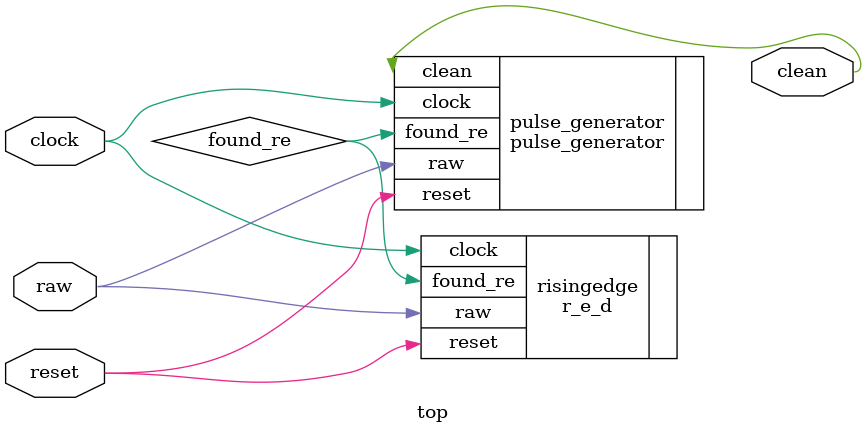
<source format=v>
`timescale 1ns / 1ps


module top(
    input clock,
    input reset,
    input raw,
    output clean
    );
    
    wire found_re;
    
    r_e_d risingedge(.clock(clock),.reset(reset),.raw(raw),.found_re(found_re));
    pulse_generator #(4095) pulse_generator(.clock(clock),.reset(reset),.raw(raw),.found_re(found_re),.clean(clean));
endmodule

</source>
